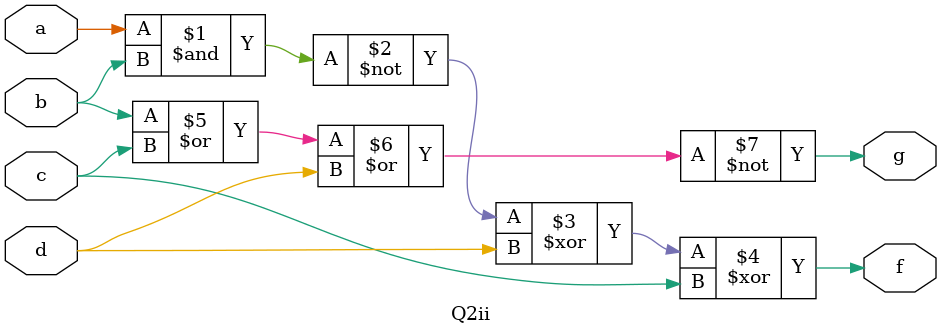
<source format=v>
module Q2ii(a, b, c, d, f, g);
    input a, b, c, d;
    output f, g;
    assign f=(~(a&b)^d^c);
    assign g=~(b|c|d);
endmodule    
</source>
